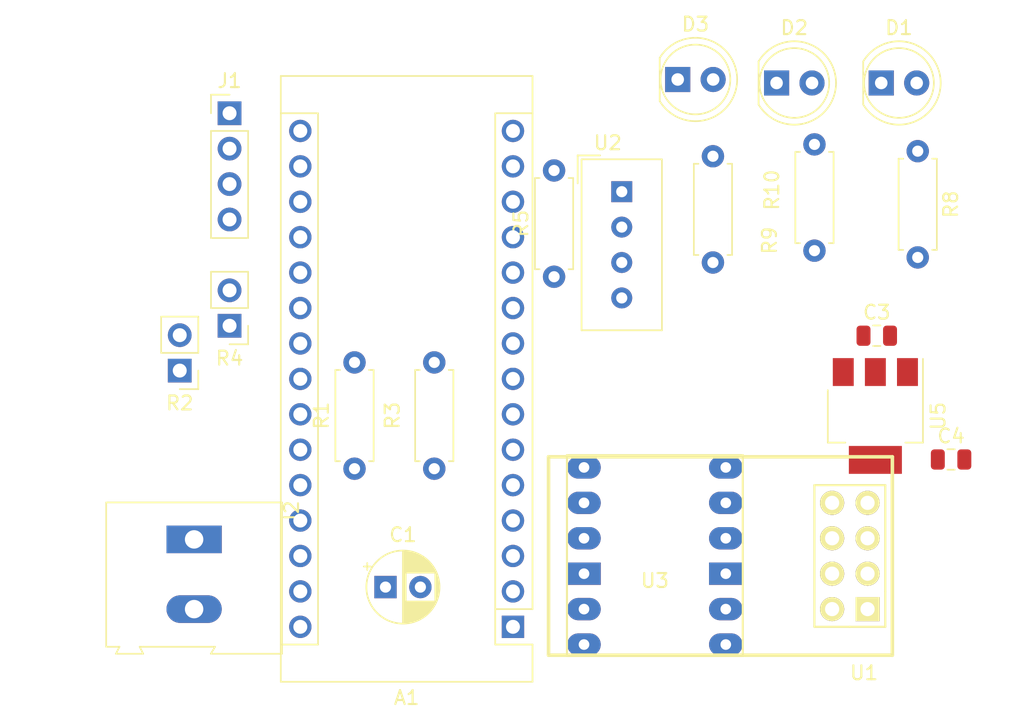
<source format=kicad_pcb>
(kicad_pcb (version 20211014) (generator pcbnew)
  (layers (0 "F.Cu" signal) (31 "B.Cu" signal) (34 "B.Paste" user) (35 "F.Paste" user) (36 "B.SilkS" user "B.Silkscreen") (37 "F.SilkS" user "F.Silkscreen") (38 "B.Mask" user) (39 "F.Mask" user) (44 "Edge.Cuts" user))
  (net 0 "")
  (net 3 "DHT_OUT")
  (net 10 "A1")
  (net 11 "A2")
  (net 18 "+5V")
  (net 20 "GND")
  (net 21 "Net-(D1-Pad2)")
  (net 25 "+3V3")
  (net 26 "TX")
  (net 27 "RX")
  (net 28 "Net-(U1-Pad1)")
  (net 29 "Net-(U1-Pad8)")
  (net 35 "A0")
  (net 40 "Net-(A1-Pad9)")
  (net 41 "Net-(A1-Pad10)")
  (net 42 "Net-(A1-Pad11)")
  (net 43 "Net-(D2-Pad2)")
  (net 44 "Net-(D3-Pad2)")
  (footprint "Connector_PinHeader_2.54mm:PinHeader_1x04_P2.54mm_Vertical" (layer "F.Cu") (at 134.62 58.42)
    (fp_text reference "J1" (at 0 -2.33) (layer "F.SilkS"))
    (fp_text value "Conn_01x04_Male_Soil_Sensor")
    (fp_line (start -1.33 1.27) (end -1.33 8.95) (layer "F.SilkS") (width 0.12))
    (fp_line (start -1.33 -1.33) (end 0 -1.33) (layer "F.SilkS") (width 0.12))
    (fp_line (start -1.33 1.27) (end 1.33 1.27) (layer "F.SilkS") (width 0.12))
    (fp_line (start -1.33 8.95) (end 1.33 8.95) (layer "F.SilkS") (width 0.12))
    (fp_line (start 1.33 1.27) (end 1.33 8.95) (layer "F.SilkS") (width 0.12))
    (fp_line (start -1.33 0) (end -1.33 -1.33) (layer "F.SilkS") (width 0.12))
    (pad "1" thru_hole rect (at 0 0) (size 1.7 1.7) (drill 1) (layers *.Cu *.Mask) (net 18 "+5V"))
    (pad "2" thru_hole oval (at 0 2.54) (size 1.7 1.7) (drill 1) (layers *.Cu *.Mask) (net 20 "GND"))
    (pad "3" thru_hole oval (at 0 5.08) (size 1.7 1.7) (drill 1) (layers *.Cu *.Mask))
    (pad "4" thru_hole oval (at 0 7.62) (size 1.7 1.7) (drill 1) (layers *.Cu *.Mask) (net 35 "A0"))
  )
  (footprint "Sensor:Aosong_DHT11_5.5x12.0_P2.54mm" (layer "F.Cu") (at 162.725 64.045)
    (fp_text reference "U2" (at -1 -3.5) (layer "F.SilkS"))
    (fp_text value "DHT11")
    (fp_line (start 2.88 -2.32) (end 2.88 9.94) (layer "F.SilkS") (width 0.12))
    (fp_line (start -2.87 -2.32) (end 2.87 -2.32) (layer "F.SilkS") (width 0.12))
    (fp_line (start -3.16 -2.6) (end -1.55 -2.6) (layer "F.SilkS") (width 0.12))
    (fp_line (start -3.16 -2.6) (end -3.16 -0.6) (layer "F.SilkS") (width 0.12))
    (fp_line (start 2.88 9.94) (end -2.88 9.94) (layer "F.SilkS") (width 0.12))
    (fp_line (start -2.88 9.94) (end -2.88 -2.31) (layer "F.SilkS") (width 0.12))
    (pad "1" thru_hole rect (at 0 0) (size 1.5 1.5) (drill 0.8) (layers *.Cu *.Mask) (net 18 "+5V"))
    (pad "2" thru_hole circle (at 0 2.54) (size 1.5 1.5) (drill 0.8) (layers *.Cu *.Mask) (net 3 "DHT_OUT"))
    (pad "3" thru_hole circle (at 0 5.08) (size 1.5 1.5) (drill 0.8) (layers *.Cu *.Mask))
    (pad "4" thru_hole circle (at 0 7.62) (size 1.5 1.5) (drill 0.8) (layers *.Cu *.Mask) (net 20 "GND"))
  )
  (footprint "Connector_PinHeader_2.54mm:PinHeader_1x02_P2.54mm_Vertical" (layer "F.Cu") (at 131.05 76.875 180)
    (fp_text reference "R2" (at 0 -2.33) (layer "F.SilkS"))
    (fp_text value "R_Photo")
    (fp_line (start -1.33 3.87) (end 1.33 3.87) (layer "F.SilkS") (width 0.12))
    (fp_line (start -1.33 0) (end -1.33 -1.33) (layer "F.SilkS") (width 0.12))
    (fp_line (start -1.33 1.27) (end 1.33 1.27) (layer "F.SilkS") (width 0.12))
    (fp_line (start -1.33 1.27) (end -1.33 3.87) (layer "F.SilkS") (width 0.12))
    (fp_line (start -1.33 -1.33) (end 0 -1.33) (layer "F.SilkS") (width 0.12))
    (fp_line (start 1.33 1.27) (end 1.33 3.87) (layer "F.SilkS") (width 0.12))
    (pad "1" thru_hole rect (at 0 0 180) (size 1.7 1.7) (drill 1) (layers *.Cu *.Mask) (net 10 "A1"))
    (pad "2" thru_hole oval (at 0 2.54 180) (size 1.7 1.7) (drill 1) (layers *.Cu *.Mask) (net 20 "GND"))
  )
  (footprint "Resistor_THT:R_Axial_DIN0207_L6.3mm_D2.5mm_P7.62mm_Horizontal" (layer "F.Cu") (at 169.26 61.505 -90)
    (fp_text reference "R10" (at 2.42 -4.225 90) (layer "F.SilkS"))
    (fp_text value "470")
    (fp_line (start 0.54 -1.04) (end 0.54 -1.37) (layer "F.SilkS") (width 0.12))
    (fp_line (start 0.54 1.04) (end 0.54 1.37) (layer "F.SilkS") (width 0.12))
    (fp_line (start 7.08 1.37) (end 7.08 1.04) (layer "F.SilkS") (width 0.12))
    (fp_line (start 0.54 1.37) (end 7.08 1.37) (layer "F.SilkS") (width 0.12))
    (fp_line (start 0.54 -1.37) (end 7.08 -1.37) (layer "F.SilkS") (width 0.12))
    (fp_line (start 7.08 -1.37) (end 7.08 -1.04) (layer "F.SilkS") (width 0.12))
    (pad "1" thru_hole circle (at 0 0 270) (size 1.6 1.6) (drill 0.8) (layers *.Cu *.Mask) (net 44 "Net-(D3-Pad2)"))
    (pad "2" thru_hole oval (at 7.62 0 270) (size 1.6 1.6) (drill 0.8) (layers *.Cu *.Mask) (net 42 "Net-(A1-Pad11)"))
  )
  (footprint "Resistor_THT:R_Axial_DIN0207_L6.3mm_D2.5mm_P7.62mm_Horizontal" (layer "F.Cu") (at 149.29 83.91 90)
    (fp_text reference "R3" (at 3.81 -3.005 90) (layer "F.SilkS"))
    (fp_text value "1k")
    (fp_line (start 0.54 -1.37) (end 7.08 -1.37) (layer "F.SilkS") (width 0.12))
    (fp_line (start 7.08 -1.37) (end 7.08 -1.04) (layer "F.SilkS") (width 0.12))
    (fp_line (start 7.08 1.37) (end 7.08 1.04) (layer "F.SilkS") (width 0.12))
    (fp_line (start 0.54 1.04) (end 0.54 1.37) (layer "F.SilkS") (width 0.12))
    (fp_line (start 0.54 -1.04) (end 0.54 -1.37) (layer "F.SilkS") (width 0.12))
    (fp_line (start 0.54 1.37) (end 7.08 1.37) (layer "F.SilkS") (width 0.12))
    (pad "1" thru_hole circle (at 0 0 90) (size 1.6 1.6) (drill 0.8) (layers *.Cu *.Mask) (net 18 "+5V"))
    (pad "2" thru_hole oval (at 7.62 0 90) (size 1.6 1.6) (drill 0.8) (layers *.Cu *.Mask) (net 11 "A2"))
  )
  (footprint "Resistor_THT:R_Axial_DIN0207_L6.3mm_D2.5mm_P7.62mm_Horizontal" (layer "F.Cu") (at 143.575 83.91 90)
    (fp_text reference "R1" (at 3.81 -2.37 90) (layer "F.SilkS"))
    (fp_text value "1k")
    (fp_line (start 0.54 -1.04) (end 0.54 -1.37) (layer "F.SilkS") (width 0.12))
    (fp_line (start 0.54 -1.37) (end 7.08 -1.37) (layer "F.SilkS") (width 0.12))
    (fp_line (start 7.08 -1.37) (end 7.08 -1.04) (layer "F.SilkS") (width 0.12))
    (fp_line (start 7.08 1.37) (end 7.08 1.04) (layer "F.SilkS") (width 0.12))
    (fp_line (start 0.54 1.37) (end 7.08 1.37) (layer "F.SilkS") (width 0.12))
    (fp_line (start 0.54 1.04) (end 0.54 1.37) (layer "F.SilkS") (width 0.12))
    (pad "1" thru_hole circle (at 0 0 90) (size 1.6 1.6) (drill 0.8) (layers *.Cu *.Mask) (net 18 "+5V"))
    (pad "2" thru_hole oval (at 7.62 0 90) (size 1.6 1.6) (drill 0.8) (layers *.Cu *.Mask) (net 10 "A1"))
  )
  (footprint "Resistor_THT:R_Axial_DIN0207_L6.3mm_D2.5mm_P7.62mm_Horizontal" (layer "F.Cu") (at 157.875 70.145 90)
    (fp_text reference "R5" (at 3.81 -2.37 90) (layer "F.SilkS"))
    (fp_text value "10k")
    (fp_line (start 0.54 -1.37) (end 7.08 -1.37) (layer "F.SilkS") (width 0.12))
    (fp_line (start 7.08 -1.37) (end 7.08 -1.04) (layer "F.SilkS") (width 0.12))
    (fp_line (start 7.08 1.37) (end 7.08 1.04) (layer "F.SilkS") (width 0.12))
    (fp_line (start 0.54 1.04) (end 0.54 1.37) (layer "F.SilkS") (width 0.12))
    (fp_line (start 0.54 1.37) (end 7.08 1.37) (layer "F.SilkS") (width 0.12))
    (fp_line (start 0.54 -1.04) (end 0.54 -1.37) (layer "F.SilkS") (width 0.12))
    (pad "1" thru_hole circle (at 0 0 90) (size 1.6 1.6) (drill 0.8) (layers *.Cu *.Mask) (net 18 "+5V"))
    (pad "2" thru_hole oval (at 7.62 0 90) (size 1.6 1.6) (drill 0.8) (layers *.Cu *.Mask) (net 3 "DHT_OUT"))
  )
  (footprint "Resistor_THT:R_Axial_DIN0207_L6.3mm_D2.5mm_P7.62mm_Horizontal" (layer "F.Cu") (at 176.535 60.655 -90)
    (fp_text reference "R9" (at 6.89 3.22 90) (layer "F.SilkS"))
    (fp_text value "470")
    (fp_line (start 0.54 1.04) (end 0.54 1.37) (layer "F.SilkS") (width 0.12))
    (fp_line (start 0.54 1.37) (end 7.08 1.37) (layer "F.SilkS") (width 0.12))
    (fp_line (start 0.54 -1.04) (end 0.54 -1.37) (layer "F.SilkS") (width 0.12))
    (fp_line (start 0.54 -1.37) (end 7.08 -1.37) (layer "F.SilkS") (width 0.12))
    (fp_line (start 7.08 1.37) (end 7.08 1.04) (layer "F.SilkS") (width 0.12))
    (fp_line (start 7.08 -1.37) (end 7.08 -1.04) (layer "F.SilkS") (width 0.12))
    (pad "1" thru_hole circle (at 0 0 270) (size 1.6 1.6) (drill 0.8) (layers *.Cu *.Mask) (net 43 "Net-(D2-Pad2)"))
    (pad "2" thru_hole oval (at 7.62 0 270) (size 1.6 1.6) (drill 0.8) (layers *.Cu *.Mask) (net 41 "Net-(A1-Pad10)"))
  )
  (footprint "Package_TO_SOT_SMD:SOT-223-3_TabPin2" (layer "F.Cu") (at 180.9 80.13 -90)
    (fp_text reference "U5" (at 0 -4.5 90) (layer "F.SilkS"))
    (fp_text value "AMS1117-3.3")
    (fp_line (start -4.1 -3.41) (end 1.91 -3.41) (layer "F.SilkS") (width 0.12))
    (fp_line (start -1.85 3.41) (end 1.91 3.41) (layer "F.SilkS") (width 0.12))
    (fp_line (start 1.91 3.41) (end 1.91 2.15) (layer "F.SilkS") (width 0.12))
    (fp_line (start 1.91 -3.41) (end 1.91 -2.15) (layer "F.SilkS") (width 0.12))
    (pad "1" smd rect (at -3.15 -2.3 270) (size 2 1.5) (layers "F.Cu" "F.Paste" "F.Mask") (net 20 "GND"))
    (pad "2" smd rect (at -3.15 0 270) (size 2 1.5) (layers "F.Cu" "F.Paste" "F.Mask") (net 25 "+3V3"))
    (pad "2" smd rect (at 3.15 0 270) (size 2 3.8) (layers "F.Cu" "F.Paste" "F.Mask") (net 25 "+3V3"))
    (pad "3" smd rect (at -3.15 2.3 270) (size 2 1.5) (layers "F.Cu" "F.Paste" "F.Mask") (net 18 "+5V"))
  )
  (footprint "LED_THT:LED_D5.0mm_Clear" (layer "F.Cu") (at 166.735 56)
    (fp_text reference "D3" (at 1.27 -3.96) (layer "F.SilkS"))
    (fp_text value "LED_R_mqtt")
    (fp_line (start -1.29 -1.545) (end -1.29 1.545) (layer "F.SilkS") (width 0.12))
    (fp_arc (start 4.26 -0.000462) (mid 2.072002 2.880433) (end -1.29 1.54483) (layer "F.SilkS") (width 0.12))
    (fp_arc (start -1.29 -1.54483) (mid 2.072002 -2.880433) (end 4.26 0.000462) (layer "F.SilkS") (width 0.12))
    (fp_circle (center 1.27 0) (end 3.77 0) (layer "F.SilkS") (width 0.12) (fill none))
    (pad "1" thru_hole rect (at 0 0) (size 1.8 1.8) (drill 0.9) (layers *.Cu *.Mask) (net 20 "GND"))
    (pad "2" thru_hole circle (at 2.54 0) (size 1.8 1.8) (drill 0.9) (layers *.Cu *.Mask) (net 44 "Net-(D3-Pad2)"))
  )
  (footprint "LED_THT:LED_D5.0mm_Clear" (layer "F.Cu") (at 181.32 56.25)
    (fp_text reference "D1" (at 1.27 -3.96) (layer "F.SilkS"))
    (fp_text value "LED_G_wifi")
    (fp_line (start -1.29 -1.545) (end -1.29 1.545) (layer "F.SilkS") (width 0.12))
    (fp_arc (start 4.26 -0.000462) (mid 2.072002 2.880433) (end -1.29 1.54483) (layer "F.SilkS") (width 0.12))
    (fp_arc (start -1.29 -1.54483) (mid 2.072002 -2.880433) (end 4.26 0.000462) (layer "F.SilkS") (width 0.12))
    (fp_circle (center 1.27 0) (end 3.77 0) (layer "F.SilkS") (width 0.12) (fill none))
    (pad "1" thru_hole rect (at 0 0) (size 1.8 1.8) (drill 0.9) (layers *.Cu *.Mask) (net 20 "GND"))
    (pad "2" thru_hole circle (at 2.54 0) (size 1.8 1.8) (drill 0.9) (layers *.Cu *.Mask) (net 21 "Net-(D1-Pad2)"))
  )
  (footprint "Capacitor_SMD:C_0805_2012Metric" (layer "F.Cu") (at 186.325 83.25)
    (fp_text reference "C4" (at 0 -1.68) (layer "F.SilkS"))
    (fp_text value "22u")
    (fp_line (start -0.261252 0.735) (end 0.261252 0.735) (layer "F.SilkS") (width 0.12))
    (fp_line (start -0.261252 -0.735) (end 0.261252 -0.735) (layer "F.SilkS") (width 0.12))
    (pad "1" smd roundrect (at -0.95 0) (size 1 1.45) (layers "F.Cu" "F.Paste" "F.Mask") (net 25 "+3V3"))
    (pad "2" smd roundrect (at 0.95 0) (size 1 1.45) (layers "F.Cu" "F.Paste" "F.Mask") (net 20 "GND"))
  )
  (footprint "LED_THT:LED_D5.0mm_Clear" (layer "F.Cu") (at 173.82 56.25)
    (fp_text reference "D2" (at 1.27 -3.96) (layer "F.SilkS"))
    (fp_text value "LED_Y_soil")
    (fp_line (start -1.29 -1.545) (end -1.29 1.545) (layer "F.SilkS") (width 0.12))
    (fp_arc (start 4.26 -0.000462) (mid 2.072002 2.880433) (end -1.29 1.54483) (layer "F.SilkS") (width 0.12))
    (fp_arc (start -1.29 -1.54483) (mid 2.072002 -2.880433) (end 4.26 0.000462) (layer "F.SilkS") (width 0.12))
    (fp_circle (center 1.27 0) (end 3.77 0) (layer "F.SilkS") (width 0.12) (fill none))
    (pad "1" thru_hole rect (at 0 0) (size 1.8 1.8) (drill 0.9) (layers *.Cu *.Mask) (net 20 "GND"))
    (pad "2" thru_hole circle (at 2.54 0) (size 1.8 1.8) (drill 0.9) (layers *.Cu *.Mask) (net 43 "Net-(D2-Pad2)"))
  )
  (footprint "TerminalBlock:TerminalBlock_Altech_AK300-2_P5.00mm" (layer "F.Cu") (at 132.08 88.98 -90)
    (fp_text reference "J2" (at -1.92 -6.99 90) (layer "F.SilkS"))
    (fp_text value "Barrel_Jack")
    (fp_line (start 8.2 -6.3) (end -2.65 -6.3) (layer "F.SilkS") (width 0.12))
    (fp_line (start 8.2 5.6) (end 8.2 3.7) (layer "F.SilkS") (width 0.12))
    (fp_line (start 8.2 -1.2) (end 8.2 -6.3) (layer "F.SilkS") (width 0.12))
    (fp_line (start -2.65 6.3) (end 7.7 6.3) (layer "F.SilkS") (width 0.12))
    (fp_line (start 7.7 -1.5) (end 8.2 -1.2) (layer "F.SilkS") (width 0.12))
    (fp_line (start 8.2 3.7) (end 8.2 3.65) (layer "F.SilkS") (width 0.12))
    (fp_line (start -2.65 -6.3) (end -2.65 6.3) (layer "F.SilkS") (width 0.12))
    (fp_line (start 7.7 5.35) (end 8.2 5.6) (layer "F.SilkS") (width 0.12))
    (fp_line (start 7.7 6.3) (end 7.7 5.35) (layer "F.SilkS") (width 0.12))
    (fp_line (start 8.2 3.65) (end 7.7 3.9) (layer "F.SilkS") (width 0.12))
    (fp_line (start 7.7 3.9) (end 7.7 -1.5) (layer "F.SilkS") (width 0.12))
    (pad "1" thru_hole rect (at 0 0 270) (size 1.98 3.96) (drill 1.32) (layers *.Cu *.Mask) (net 18 "+5V"))
    (pad "2" thru_hole oval (at 5 0 270) (size 1.98 3.96) (drill 1.32) (layers *.Cu *.Mask) (net 20 "GND"))
  )
  (footprint "ESP-01:ESP-01" (layer "F.Cu") (at 180.34 93.98 180)
    (fp_text reference "U1" (at 0.254 -4.572) (layer "F.SilkS"))
    (fp_text value "ESP-01v090")
    (fp_line (start 1.27 -1.27) (end -1.27 -1.27) (layer "F.SilkS") (width 0.1524))
    (fp_line (start -1.27 8.89) (end 3.81 8.89) (layer "F.SilkS") (width 0.1524))
    (fp_line (start 3.81 -1.27) (end 1.27 -1.27) (layer "F.SilkS") (width 0.1524))
    (fp_line (start 3.81 8.89) (end 3.81 -1.27) (layer "F.SilkS") (width 0.1524))
    (fp_line (start -1.27 1.27) (end -1.27 8.89) (layer "F.SilkS") (width 0.1524))
    (fp_line (start -1.778 -3.302) (end 22.86 -3.302) (layer "F.SilkS") (width 0.254))
    (fp_line (start -1.27 -1.27) (end -1.27 1.27) (layer "F.SilkS") (width 0.1524))
    (fp_line (start 22.86 10.922) (end -1.778 10.922) (layer "F.SilkS") (width 0.254))
    (fp_line (start -1.778 10.922) (end -1.778 -3.302) (layer "F.SilkS") (width 0.254))
    (fp_line (start 22.86 -3.302) (end 22.86 10.922) (layer "F.SilkS") (width 0.254))
    (pad "1" thru_hole rect locked (at 0 0 180) (size 1.7272 1.7272) (drill 1.016) (layers *.Cu *.Mask "F.SilkS") (net 28 "Net-(U1-Pad1)"))
    (pad "2" thru_hole oval locked (at 2.54 0 180) (size 1.7272 1.7272) (drill 1.016) (layers *.Cu *.Mask "F.SilkS") (net 20 "GND"))
    (pad "3" thru_hole oval locked (at 0 2.54 180) (size 1.7272 1.7272) (drill 1.016) (layers *.Cu *.Mask "F.SilkS") (net 25 "+3V3"))
    (pad "4" thru_hole oval locked (at 2.54 2.54 180) (size 1.7272 1.7272) (drill 1.016) (layers *.Cu *.Mask "F.SilkS"))
    (pad "5" thru_hole oval locked (at 0 5.08 180) (size 1.7272 1.7272) (drill 1.016) (layers *.Cu *.Mask "F.SilkS"))
    (pad "6" thru_hole oval locked (at 2.54 5.08 180) (size 1.7272 1.7272) (drill 1.016) (layers *.Cu *.Mask "F.SilkS"))
    (pad "7" thru_hole oval locked (at 0 7.62 180) (size 1.7272 1.7272) (drill 1.016) (layers *.Cu *.Mask "F.SilkS") (net 25 "+3V3"))
    (pad "8" thru_hole oval locked (at 2.54 7.62 180) (size 1.7272 1.7272) (drill 1.016) (layers *.Cu *.Mask "F.SilkS") (net 29 "Net-(U1-Pad8)"))
  )
  (footprint "Capacitor_THT:CP_Radial_D5.0mm_P2.50mm" (layer "F.Cu") (at 145.794888 92.4)
    (fp_text reference "C1" (at 1.25 -3.75) (layer "F.SilkS"))
    (fp_text value "220u")
    (fp_line (start 2.731 -2.122) (end 2.731 -1.04) (layer "F.SilkS") (width 0.12))
    (fp_line (start 2.211 -2.398) (end 2.211 -1.04) (layer "F.SilkS") (width 0.12))
    (fp_line (start 2.451 -2.29) (end 2.451 -1.04) (layer "F.SilkS") (width 0.12))
    (fp_line (start 1.73 -2.536) (end 1.73 -1.04) (layer "F.SilkS") (width 0.12))
    (fp_line (start 1.49 -2.569) (end 1.49 -1.04) (layer "F.SilkS") (width 0.12))
    (fp_line (start 3.411 1.04) (end 3.411 1.443) (layer "F.SilkS") (width 0.12))
    (fp_line (start 3.331 -1.554) (end 3.331 -1.04) (layer "F.SilkS") (width 0.12))
    (fp_line (start 1.65 1.04) (end 1.65 2.55) (layer "F.SilkS") (width 0.12))
    (fp_line (start 1.85 1.04) (end 1.85 2.511) (layer "F.SilkS") (width 0.12))
    (fp_line (start 1.89 -2.501) (end 1.89 -1.04) (layer "F.SilkS") (width 0.12))
    (fp_line (start 1.971 1.04) (end 1.971 2.48) (layer "F.SilkS") (width 0.12))
    (fp_line (start 2.771 1.04) (end 2.771 2.095) (layer "F.SilkS") (width 0.12))
    (fp_line (start 1.45 -2.573) (end 1.45 2.573) (layer "F.SilkS") (width 0.12))
    (fp_line (start 2.971 1.04) (end 2.971 1.937) (layer "F.SilkS") (width 0.12))
    (fp_line (start 1.93 1.04) (end 1.93 2.491) (layer "F.SilkS") (width 0.12))
    (fp_line (start 3.691 -0.915) (end 3.691 0.915) (layer "F.SilkS") (width 0.12))
    (fp_line (start 1.41 -2.576) (end 1.41 2.576) (layer "F.SilkS") (width 0.12))
    (fp_line (start 2.651 -2.175) (end 2.651 -1.04) (layer "F.SilkS") (width 0.12))
    (fp_line (start 3.291 1.04) (end 3.291 1.605) (layer "F.SilkS") (width 0.12))
    (fp_line (start 3.371 -1.5) (end 3.371 -1.04) (layer "F.SilkS") (width 0.12))
    (fp_line (start 3.851 -0.284) (end 3.851 0.284) (layer "F.SilkS") (width 0.12))
    (fp_line (start 2.131 1.04) (end 2.131 2.428) (layer "F.SilkS") (width 0.12))
    (fp_line (start 2.051 -2.455) (end 2.051 -1.04) (layer "F.SilkS") (width 0.12))
    (fp_line (start 2.691 -2.149) (end 2.691 -1.04) (layer "F.SilkS") (width 0.12))
    (fp_line (start 3.611 -1.098) (end 3.611 1.098) (layer "F.SilkS") (width 0.12))
    (fp_line (start 1.25 -2.58) (end 1.25 2.58) (layer "F.SilkS") (width 0.12))
    (fp_line (start 2.291 1.04) (end 2.291 2.365) (layer "F.SilkS") (width 0.12))
    (fp_line (start 1.69 -2.543) (end 1.69 -1.04) (layer "F.SilkS") (width 0.12))
    (fp_line (start 3.291 -1.605) (end 3.291 -1.04) (layer "F.SilkS") (width 0.12))
    (fp_line (start 1.29 -2.58) (end 1.29 2.58) (layer "F.SilkS") (width 0.12))
    (fp_line (start 3.331 1.04) (end 3.331 1.554) (layer "F.SilkS") (width 0.12))
    (fp_line (start 2.411 -2.31) (end 2.411 -1.04) (layer "F.SilkS") (width 0.12))
    (fp_line (start 2.131 -2.428) (end 2.131 -1.04) (layer "F.SilkS") (width 0.12))
    (fp_line (start 2.491 1.04) (end 2.491 2.268) (layer "F.SilkS") (width 0.12))
    (fp_line (start 3.451 1.04) (end 3.451 1.383) (layer "F.SilkS") (width 0.12))
    (fp_line (start 2.091 -2.442) (end 2.091 -1.04) (layer "F.SilkS") (width 0.12))
    (fp_line (start 3.531 1.04) (end 3.531 1.251) (layer "F.SilkS") (width 0.12))
    (fp_line (start 3.371 1.04) (end 3.371 1.5) (layer "F.SilkS") (width 0.12))
    (fp_line (start 1.53 -2.565) (end 1.53 -1.04) (layer "F.SilkS") (width 0.12))
    (fp_line (start 3.211 1.04) (end 3.211 1.699) (layer "F.SilkS") (width 0.12))
    (fp_line (start 3.251 1.04) (end 3.251 1.653) (layer "F.SilkS") (width 0.12))
    (fp_line (start 1.77 1.04) (end 1.77 2.528) (layer "F.SilkS") (width 0.12))
    (fp_line (start 3.171 -1.743) (end 3.171 -1.04) (layer "F.SilkS") (width 0.12))
    (fp_line (start 2.451 1.04) (end 2.451 2.29) (layer "F.SilkS") (width 0.12))
    (fp_line (start 2.051 1.04) (end 2.051 2.455) (layer "F.SilkS") (width 0.12))
    (fp_line (start 2.811 1.04) (end 2.811 2.065) (layer "F.SilkS") (width 0.12))
    (fp_line (start 2.931 1.04) (end 2.931 1.971) (layer "F.SilkS") (width 0.12))
    (fp_line (start 3.411 -1.443) (end 3.411 -1.04) (layer "F.SilkS") (width 0.12))
    (fp_line (start 1.69 1.04) (end 1.69 2.543) (layer "F.SilkS") (width 0.12))
    (fp_line (start 2.251 -2.382) (end 2.251 -1.04) (layer "F.SilkS") (width 0.12))
    (fp_line (start 3.731 -0.805) (end 3.731 0.805) (layer "F.SilkS") (width 0.12))
    (fp_line (start 2.731 1.04) (end 2.731 2.122) (layer "F.SilkS") (width 0.12))
    (fp_line (start 3.651 -1.011) (end 3.651 1.011) (layer "F.SilkS") (width 0.12))
    (fp_line (start 1.49 1.04) (end 1.49 2.569) (layer "F.SilkS") (width 0.12))
    (fp_line (start 2.651 1.04) (end 2.651 2.175) (layer "F.SilkS") (width 0.12))
    (fp_line (start 2.891 1.04) (end 2.891 2.004) (layer "F.SilkS") (width 0.12))
    (fp_line (start 1.61 -2.556) (end 1.61 -1.04) (layer "F.SilkS") (width 0.12))
    (fp_line (start 2.331 -2.348) (end 2.331 -1.04) (layer "F.SilkS") (width 0.12))
    (fp_line (start 2.891 -2.004) (end 2.891 -1.04) (layer "F.SilkS") (width 0.12))
    (fp_line (start 2.531 -2.247) (end 2.531 -1.04) (layer "F.SilkS") (width 0.12))
    (fp_line (start 2.971 -1.937) (end 2.971 -1.04) (layer "F.SilkS") (width 0.12))
    (fp_line (start 1.93 -2.491) (end 1.93 -1.04) (layer "F.SilkS") (width 0.12))
    (fp_line (start 1.57 1.04) (end 1.57 2.561) (layer "F.SilkS") (width 0.12))
    (fp_line (start 3.051 -1.864) (end 3.051 -1.04) (layer "F.SilkS") (width 0.12))
    (fp_line (start 1.61 1.04) (end 1.61 2.556) (layer "F.SilkS") (width 0.12))
    (fp_line (start 2.691 1.04) (end 2.691 2.149) (layer "F.SilkS") (width 0.12))
    (fp_line (start 3.131 1.04) (end 3.131 1.785) (layer "F.SilkS") (width 0.12))
    (fp_line (start 2.331 1.04) (end 2.331 2.348) (layer "F.SilkS") (width 0.12))
    (fp_line (start 1.33 -2.579) (end 1.33 2.579) (layer "F.SilkS") (width 0.12))
    (fp_line (start 2.571 1.04) (end 2.571 2.224) (layer "F.SilkS") (width 0.12))
    (fp_line (start 3.811 -0.518) (end 3.811 0.518) (layer "F.SilkS") (width 0.12))
    (fp_line (start 3.211 -1.699) (end 3.211 -1.04) (layer "F.SilkS") (width 0.12))
    (fp_line (start 3.131 -1.785) (end 3.131 -1.04) (layer "F.SilkS") (width 0.12))
    (fp_line (start 1.73 1.04) (end 1.73 2.536) (layer "F.SilkS") (width 0.12))
    (fp_line (start 2.531 1.04) (end 2.531 2.247) (layer "F.SilkS") (width 0.12))
    (fp_line (start 2.571 -2.224) (end 2.571 -1.04) (layer "F.SilkS") (width 0.12))
    (fp_line (start 1.85 -2.511) (end 1.85 -1.04) (layer "F.SilkS") (width 0.12))
    (fp_line (start 3.011 -1.901) (end 3.011 -1.04) (layer "F.SilkS") (width 0.12))
    (fp_line (start 1.971 -2.48) (end 1.971 -1.04) (layer "F.SilkS") (width 0.12))
    (fp_line (start 2.771 -2.095) (end 2.771 -1.04) (layer "F.SilkS") (width 0.12))
    (fp_line (start 2.851 -2.035) (end 2.851 -1.04) (layer "F.SilkS") (width 0.12))
    (fp_line (start 1.89 1.04) (end 1.89 2.501) (layer "F.SilkS") (width 0.12))
    (fp_line (start 2.011 -2.468) (end 2.011 -1.04) (layer "F.SilkS") (width 0.12))
    (fp_line (start 3.571 -1.178) (end 3.571 1.178) (layer "F.SilkS") (width 0.12))
    (fp_line (start 2.091 1.04) (end 2.091 2.442) (layer "F.SilkS") (width 0.12))
    (fp_line (start 2.491 -2.268) (end 2.491 -1.04) (layer "F.SilkS") (width 0.12))
    (fp_line (start 1.65 -2.55) (end 1.65 -1.04) (layer "F.SilkS") (width 0.12))
    (fp_line (start 3.491 -1.319) (end 3.491 -1.04) (layer "F.SilkS") (width 0.12))
    (fp_line (start 3.051 1.04) (end 3.051 1.864) (layer "F.SilkS") (width 0.12))
    (fp_line (start 2.171 -2.414) (end 2.171 -1.04) (layer "F.SilkS") (width 0.12))
    (fp_line (start 1.77 -2.528) (end 1.77 -1.04) (layer "F.SilkS") (width 0.12))
    (fp_line (start 2.291 -2.365) (end 2.291 -1.04) (layer "F.SilkS") (width 0.12))
    (fp_line (start 2.171 1.04) (end 2.171 2.414) (layer "F.SilkS") (width 0.12))
    (fp_line (start 3.091 -1.826) (end 3.091 -1.04) (layer "F.SilkS") (width 0.12))
    (fp_line (start 3.171 1.04) (end 3.171 1.743) (layer "F.SilkS") (width 0.12))
    (fp_line (start 2.411 1.04) (end 2.411 2.31) (layer "F.SilkS") (width 0.12))
    (fp_line (start 2.371 1.04) (end 2.371 2.329) (layer "F.SilkS") (width 0.12))
    (fp_line (start 1.81 -2.52) (end 1.81 -1.04) (layer "F.SilkS") (width 0.12))
    (fp_line (start 3.451 -1.383) (end 3.451 -1.04) (layer "F.SilkS") (width 0.12))
    (fp_line (start 3.251 -1.653) (end 3.251 -1.04) (layer "F.SilkS") (width 0.12))
    (fp_line (start -1.304775 -1.725) (end -1.304775 -1.225) (layer "F.SilkS") (width 0.12))
    (fp_line (start 1.53 1.04) (end 1.53 2.565) (layer "F.SilkS") (width 0.12))
    (fp_line (start 1.57 -2.561) (end 1.57 -1.04) (layer "F.SilkS") (width 0.12))
    (fp_line (start 2.011 1.04) (end 2.011 2.468) (layer "F.SilkS") (width 0.12))
    (fp_line (start 2.211 1.04) (end 2.211 2.398) (layer "F.SilkS") (width 0.12))
    (fp_line (start 2.611 -2.2) (end 2.611 -1.04) (layer "F.SilkS") (width 0.12))
    (fp_line (start 2.811 -2.065) (end 2.811 -1.04) (layer "F.SilkS") (width 0.12))
    (fp_line (start 3.771 -0.677) (end 3.771 0.677) (layer "F.SilkS") (width 0.12))
    (fp_line (start 3.491 1.04) (end 3.491 1.319) (layer "F.SilkS") (width 0.12))
    (fp_line (start 2.251 1.04) (end 2.251 2.382) (layer "F.SilkS") (width 0.12))
    (fp_line (start 3.011 1.04) (end 3.011 1.901) (layer "F.SilkS") (width 0.12))
    (fp_line (start 2.371 -2.329) (end 2.371 -1.04) (layer "F.SilkS") (width 0.12))
    (fp_line (start 3.091 1.04) (end 3.091 1.826) (layer "F.SilkS") (width 0.12))
    (fp_line (start 1.81 1.04) (end 1.81 2.52) (layer "F.SilkS") (width 0.12))
    (fp_line (start 1.37 -2.578) (end 1.37 2.578) (layer "F.SilkS") (width 0.12))
    (fp_line (start 2.851 1.04) (end 2.851 2.035) (layer "F.SilkS") (width 0.12))
    (fp_line (start 2.611 1.04) (end 2.611 2.2) (layer "F.SilkS") (width 0.12))
    (fp_line (start 3.531 -1.251) (end 3.531 -1.04) (layer "F.SilkS") (width 0.12))
    (fp_line (start -1.554775 -1.475) (end -1.054775 -1.475) (layer "F.SilkS") (width 0.12))
    (fp_line (start 2.931 -1.971) (end 2.931 -1.04) (layer "F.SilkS") (width 0.12))
    (fp_circle (center 1.25 0) (end 3.87 0) (layer "F.SilkS") (width 0.12) (fill none))
    (pad "1" thru_hole rect (at 0 0) (size 1.6 1.6) (drill 0.8) (layers *.Cu *.Mask) (net 18 "+5V"))
    (pad "2" thru_hole circle (at 2.5 0) (size 1.6 1.6) (drill 0.8) (layers *.Cu *.Mask) (net 20 "GND"))
  )
  (footprint "Resistor_THT:R_Axial_DIN0207_L6.3mm_D2.5mm_P7.62mm_Horizontal" (layer "F.Cu") (at 183.935 61.14 -90)
    (fp_text reference "R8" (at 3.81 -2.37 90) (layer "F.SilkS"))
    (fp_text value "470")
    (fp_line (start 7.08 1.37) (end 7.08 1.04) (layer "F.SilkS") (width 0.12))
    (fp_line (start 0.54 1.04) (end 0.54 1.37) (layer "F.SilkS") (width 0.12))
    (fp_line (start 0.54 -1.37) (end 7.08 -1.37) (layer "F.SilkS") (width 0.12))
    (fp_line (start 0.54 1.37) (end 7.08 1.37) (layer "F.SilkS") (width 0.12))
    (fp_line (start 7.08 -1.37) (end 7.08 -1.04) (layer "F.SilkS") (width 0.12))
    (fp_line (start 0.54 -1.04) (end 0.54 -1.37) (layer "F.SilkS") (width 0.12))
    (pad "1" thru_hole circle (at 0 0 270) (size 1.6 1.6) (drill 0.8) (layers *.Cu *.Mask) (net 21 "Net-(D1-Pad2)"))
    (pad "2" thru_hole oval (at 7.62 0 270) (size 1.6 1.6) (drill 0.8) (layers *.Cu *.Mask) (net 40 "Net-(A1-Pad9)"))
  )
  (footprint "Module:Arduino_Nano" (layer "F.Cu") (at 154.93 95.25 180)
    (fp_text reference "A1" (at 7.62 -5.08) (layer "F.SilkS"))
    (fp_text value "Arduino_Nano_v3.x")
    (fp_line (start 1.27 1.27) (end -1.4 1.27) (layer "F.SilkS") (width 0.12))
    (fp_line (start 1.27 1.27) (end 1.27 -1.27) (layer "F.SilkS") (width 0.12))
    (fp_line (start 16.64 -3.94) (end -1.4 -3.94) (layer "F.SilkS") (width 0.12))
    (fp_line (start 13.97 -1.27) (end 13.97 36.83) (layer "F.SilkS") (width 0.12))
    (fp_line (start 13.97 -1.27) (end 16.64 -1.27) (layer "F.SilkS") (width 0.12))
    (fp_line (start 16.64 39.5) (end 16.64 -3.94) (layer "F.SilkS") (width 0.12))
    (fp_line (start 1.27 -1.27) (end -1.4 -1.27) (layer "F.SilkS") (width 0.12))
    (fp_line (start -1.4 -3.94) (end -1.4 -1.27) (layer "F.SilkS") (width 0.12))
    (fp_line (start 13.97 36.83) (end 16.64 36.83) (layer "F.SilkS") (width 0.12))
    (fp_line (start -1.4 1.27) (end -1.4 39.5) (layer "F.SilkS") (width 0.12))
    (fp_line (start -1.4 39.5) (end 16.64 39.5) (layer "F.SilkS") (width 0.12))
    (fp_line (start 1.27 36.83) (end -1.4 36.83) (layer "F.SilkS") (width 0.12))
    (fp_line (start 1.27 1.27) (end 1.27 36.83) (layer "F.SilkS") (width 0.12))
    (pad "1" thru_hole rect (at 0 0 180) (size 1.6 1.6) (drill 1) (layers *.Cu *.Mask) (net 26 "TX"))
    (pad "2" thru_hole oval (at 0 2.54 180) (size 1.6 1.6) (drill 1) (layers *.Cu *.Mask) (net 27 "RX"))
    (pad "3" thru_hole oval (at 0 5.08 180) (size 1.6 1.6) (drill 1) (layers *.Cu *.Mask))
    (pad "4" thru_hole oval (at 0 7.62 180) (size 1.6 1.6) (drill 1) (layers *.Cu *.Mask) (net 20 "GND"))
    (pad "5" thru_hole oval (at 0 10.16 180) (size 1.6 1.6) (drill 1) (layers *.Cu *.Mask))
    (pad "6" thru_hole oval (at 0 12.7 180) (size 1.6 1.6) (drill 1) (layers *.Cu *.Mask))
    (pad "7" thru_hole oval (at 0 15.24 180) (size 1.6 1.6) (drill 1) (layers *.Cu *.Mask))
    (pad "8" thru_hole oval (at 0 17.78 180) (size 1.6 1.6) (drill 1) (layers *.Cu *.Mask))
    (pad "9" thru_hole oval (at 0 20.32 180) (size 1.6 1.6) (drill 1) (layers *.Cu *.Mask) (net 40 "Net-(A1-Pad9)"))
    (pad "10" thru_hole oval (at 0 22.86 180) (size 1.6 1.6) (drill 1) (layers *.Cu *.Mask) (net 41 "Net-(A1-Pad10)"))
    (pad "11" thru_hole oval (at 0 25.4 180) (size 1.6 1.6) (drill 1) (layers *.Cu *.Mask) (net 42 "Net-(A1-Pad11)"))
    (pad "12" thru_hole oval (at 0 27.94 180) (size 1.6 1.6) (drill 1) (layers *.Cu *.Mask))
    (pad "13" thru_hole oval (at 0 30.48 180) (size 1.6 1.6) (drill 1) (layers *.Cu *.Mask))
    (pad "14" thru_hole oval (at 0 33.02 180) (size 1.6 1.6) (drill 1) (layers *.Cu *.Mask) (net 3 "DHT_OUT"))
    (pad "15" thru_hole oval (at 0 35.56 180) (size 1.6 1.6) (drill 1) (layers *.Cu *.Mask))
    (pad "16" thru_hole oval (at 15.24 35.56 180) (size 1.6 1.6) (drill 1) (layers *.Cu *.Mask))
    (pad "17" thru_hole oval (at 15.24 33.02 180) (size 1.6 1.6) (drill 1) (layers *.Cu *.Mask))
    (pad "18" thru_hole oval (at 15.24 30.48 180) (size 1.6 1.6) (drill 1) (layers *.Cu *.Mask))
    (pad "19" thru_hole oval (at 15.24 27.94 180) (size 1.6 1.6) (drill 1) (layers *.Cu *.Mask) (net 35 "A0"))
    (pad "20" thru_hole oval (at 15.24 25.4 180) (size 1.6 1.6) (drill 1) (layers *.Cu *.Mask) (net 10 "A1"))
    (pad "21" thru_hole oval (at 15.24 22.86 180) (size 1.6 1.6) (drill 1) (layers *.Cu *.Mask) (net 11 "A2"))
    (pad "22" thru_hole oval (at 15.24 20.32 180) (size 1.6 1.6) (drill 1) (layers *.Cu *.Mask))
    (pad "23" thru_hole oval (at 15.24 17.78 180) (size 1.6 1.6) (drill 1) (layers *.Cu *.Mask))
    (pad "24" thru_hole oval (at 15.24 15.24 180) (size 1.6 1.6) (drill 1) (layers *.Cu *.Mask))
    (pad "25" thru_hole oval (at 15.24 12.7 180) (size 1.6 1.6) (drill 1) (layers *.Cu *.Mask))
    (pad "26" thru_hole oval (at 15.24 10.16 180) (size 1.6 1.6) (drill 1) (layers *.Cu *.Mask))
    (pad "27" thru_hole oval (at 15.24 7.62 180) (size 1.6 1.6) (drill 1) (layers *.Cu *.Mask) (net 18 "+5V"))
    (pad "28" thru_hole oval (at 15.24 5.08 180) (size 1.6 1.6) (drill 1) (layers *.Cu *.Mask))
    (pad "29" thru_hole oval (at 15.24 2.54 180) (size 1.6 1.6) (drill 1) (layers *.Cu *.Mask) (net 20 "GND"))
    (pad "30" thru_hole oval (at 15.24 0 180) (size 1.6 1.6) (drill 1) (layers *.Cu *.Mask))
  )
  (footprint "Connector_PinHeader_2.54mm:PinHeader_1x02_P2.54mm_Vertical" (layer "F.Cu") (at 134.62 73.66 180)
    (fp_text reference "R4" (at 0 -2.33) (layer "F.SilkS"))
    (fp_text value "R_Photo")
    (fp_line (start -1.33 0) (end -1.33 -1.33) (layer "F.SilkS") (width 0.12))
    (fp_line (start -1.33 3.87) (end 1.33 3.87) (layer "F.SilkS") (width 0.12))
    (fp_line (start 1.33 1.27) (end 1.33 3.87) (layer "F.SilkS") (width 0.12))
    (fp_line (start -1.33 -1.33) (end 0 -1.33) (layer "F.SilkS") (width 0.12))
    (fp_line (start -1.33 1.27) (end 1.33 1.27) (layer "F.SilkS") (width 0.12))
    (fp_line (start -1.33 1.27) (end -1.33 3.87) (layer "F.SilkS") (width 0.12))
    (pad "1" thru_hole rect (at 0 0 180) (size 1.7 1.7) (drill 1) (layers *.Cu *.Mask) (net 11 "A2"))
    (pad "2" thru_hole oval (at 0 2.54 180) (size 1.7 1.7) (drill 1) (layers *.Cu *.Mask) (net 20 "GND"))
  )
  (footprint "Capacitor_SMD:C_0805_2012Metric" (layer "F.Cu") (at 181 74.375)
    (fp_text reference "C3" (at 0 -1.68) (layer "F.SilkS"))
    (fp_text value "10u")
    (fp_line (start -0.261252 0.735) (end 0.261252 0.735) (layer "F.SilkS") (width 0.12))
    (fp_line (start -0.261252 -0.735) (end 0.261252 -0.735) (layer "F.SilkS") (width 0.12))
    (pad "1" smd roundrect (at -0.95 0) (size 1 1.45) (layers "F.Cu" "F.Paste" "F.Mask") (net 18 "+5V"))
    (pad "2" smd roundrect (at 0.95 0) (size 1 1.45) (layers "F.Cu" "F.Paste" "F.Mask") (net 20 "GND"))
  )
  (footprint "Logic_Level_Converter:BSS138" (layer "F.Cu") (at 165.1 91.44)
    (fp_text reference "U3" (at 0 0.5) (layer "F.SilkS"))
    (fp_text value "BSS138_4ch")
    (fp_line (start -6.3 5.9) (end 6.3 5.9) (layer "F.SilkS") (width 0.15))
    (fp_line (start 6.3 -8.5) (end -6.3 -8.5) (layer "F.SilkS") (width 0.15))
    (fp_line (start 6.3 5.9) (end 6.3 -8.5) (layer "F.SilkS") (width 0.15))
    (fp_line (start -6.3 -8.5) (end -6.3 5.9) (layer "F.SilkS") (width 0.15))
    (pad "1" thru_hole oval locked (at -5.08 -7.62) (size 2.4 1.6) (drill 0.762) (layers *.Cu *.Mask) (net 27 "RX"))
    (pad "2" thru_hole oval locked (at -5.08 -5.08) (size 2.4 1.6) (drill 0.762) (layers *.Cu *.Mask) (net 26 "TX"))
    (pad "3" thru_hole oval locked (at -5.08 -2.54) (size 2.4 1.6) (drill 0.762) (layers *.Cu *.Mask) (net 18 "+5V"))
    (pad "4" thru_hole rect locked (at -5.08 0) (size 2.4 1.6) (drill 0.762) (layers *.Cu *.Mask) (net 20 "GND"))
    (pad "5" thru_hole oval locked (at -5.08 2.54) (size 2.4 1.6) (drill 0.762) (layers *.Cu *.Mask))
    (pad "6" thru_hole oval locked (at -5.08 5.08) (size 2.4 1.6) (drill 0.762) (layers *.Cu *.Mask))
    (pad "7" thru_hole oval locked (at 5.08 5.08) (size 2.4 1.6) (drill 0.762) (layers *.Cu *.Mask))
    (pad "8" thru_hole oval locked (at 5.08 2.54) (size 2.4 1.6) (drill 0.762) (layers *.Cu *.Mask))
    (pad "9" thru_hole rect locked (at 5.08 0) (size 2.4 1.6) (drill 0.762) (layers *.Cu *.Mask) (net 20 "GND"))
    (pad "10" thru_hole oval locked (at 5.08 -2.54) (size 2.4 1.6) (drill 0.762) (layers *.Cu *.Mask) (net 25 "+3V3"))
    (pad "11" thru_hole oval locked (at 5.08 -5.08) (size 2.4 1.6) (drill 0.762) (layers *.Cu *.Mask) (net 29 "Net-(U1-Pad8)"))
    (pad "12" thru_hole oval locked (at 5.08 -7.62) (size 2.4 1.6) (drill 0.762) (layers *.Cu *.Mask) (net 28 "Net-(U1-Pad1)"))
  )
)
</source>
